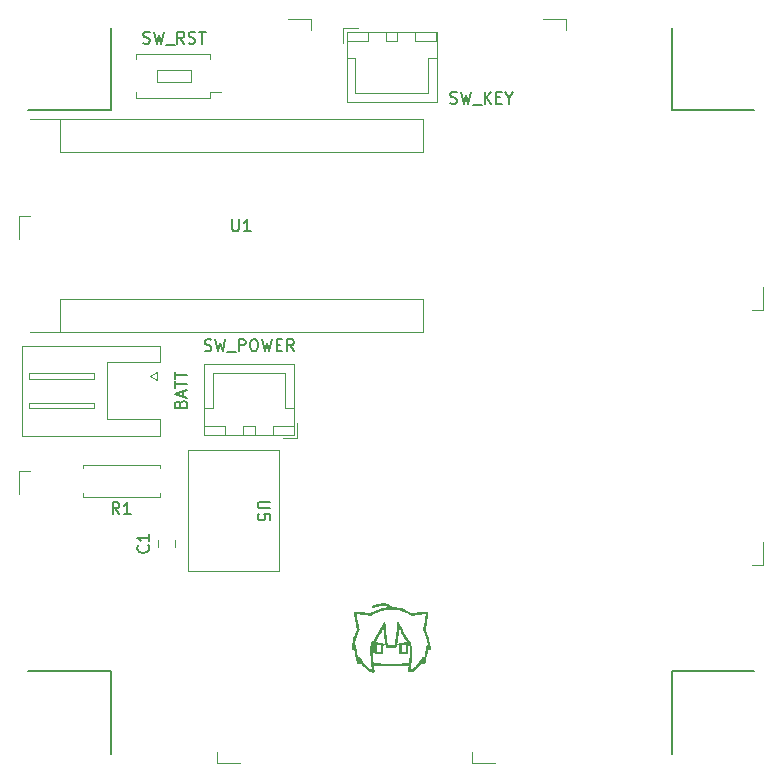
<source format=gbr>
%TF.GenerationSoftware,KiCad,Pcbnew,7.0.9*%
%TF.CreationDate,2023-12-12T22:55:11+09:00*%
%TF.ProjectId,shikisaku,7368696b-6973-4616-9b75-2e6b69636164,rev?*%
%TF.SameCoordinates,Original*%
%TF.FileFunction,Legend,Top*%
%TF.FilePolarity,Positive*%
%FSLAX46Y46*%
G04 Gerber Fmt 4.6, Leading zero omitted, Abs format (unit mm)*
G04 Created by KiCad (PCBNEW 7.0.9) date 2023-12-12 22:55:11*
%MOMM*%
%LPD*%
G01*
G04 APERTURE LIST*
%ADD10C,0.150000*%
%ADD11C,0.153000*%
%ADD12C,0.120000*%
%ADD13C,0.100000*%
G04 APERTURE END LIST*
D10*
X101000000Y-68000000D02*
X108000000Y-68000000D01*
X108000000Y-68000000D02*
X108000000Y-61000000D01*
X108000000Y-115500000D02*
X108000000Y-122500000D01*
X162500000Y-115500000D02*
X155500000Y-115500000D01*
X155500000Y-115500000D02*
X155500000Y-122500000D01*
X101000000Y-115500000D02*
X108000000Y-115500000D01*
X155500000Y-61000000D02*
X155500000Y-68000000D01*
X155500000Y-68000000D02*
X162500000Y-68000000D01*
D11*
X115939286Y-88347044D02*
X116082143Y-88394663D01*
X116082143Y-88394663D02*
X116320238Y-88394663D01*
X116320238Y-88394663D02*
X116415476Y-88347044D01*
X116415476Y-88347044D02*
X116463095Y-88299424D01*
X116463095Y-88299424D02*
X116510714Y-88204186D01*
X116510714Y-88204186D02*
X116510714Y-88108948D01*
X116510714Y-88108948D02*
X116463095Y-88013710D01*
X116463095Y-88013710D02*
X116415476Y-87966091D01*
X116415476Y-87966091D02*
X116320238Y-87918472D01*
X116320238Y-87918472D02*
X116129762Y-87870853D01*
X116129762Y-87870853D02*
X116034524Y-87823234D01*
X116034524Y-87823234D02*
X115986905Y-87775615D01*
X115986905Y-87775615D02*
X115939286Y-87680377D01*
X115939286Y-87680377D02*
X115939286Y-87585139D01*
X115939286Y-87585139D02*
X115986905Y-87489901D01*
X115986905Y-87489901D02*
X116034524Y-87442282D01*
X116034524Y-87442282D02*
X116129762Y-87394663D01*
X116129762Y-87394663D02*
X116367857Y-87394663D01*
X116367857Y-87394663D02*
X116510714Y-87442282D01*
X116844048Y-87394663D02*
X117082143Y-88394663D01*
X117082143Y-88394663D02*
X117272619Y-87680377D01*
X117272619Y-87680377D02*
X117463095Y-88394663D01*
X117463095Y-88394663D02*
X117701191Y-87394663D01*
X117844048Y-88489901D02*
X118605952Y-88489901D01*
X118844048Y-88394663D02*
X118844048Y-87394663D01*
X118844048Y-87394663D02*
X119225000Y-87394663D01*
X119225000Y-87394663D02*
X119320238Y-87442282D01*
X119320238Y-87442282D02*
X119367857Y-87489901D01*
X119367857Y-87489901D02*
X119415476Y-87585139D01*
X119415476Y-87585139D02*
X119415476Y-87727996D01*
X119415476Y-87727996D02*
X119367857Y-87823234D01*
X119367857Y-87823234D02*
X119320238Y-87870853D01*
X119320238Y-87870853D02*
X119225000Y-87918472D01*
X119225000Y-87918472D02*
X118844048Y-87918472D01*
X120034524Y-87394663D02*
X120225000Y-87394663D01*
X120225000Y-87394663D02*
X120320238Y-87442282D01*
X120320238Y-87442282D02*
X120415476Y-87537520D01*
X120415476Y-87537520D02*
X120463095Y-87727996D01*
X120463095Y-87727996D02*
X120463095Y-88061329D01*
X120463095Y-88061329D02*
X120415476Y-88251805D01*
X120415476Y-88251805D02*
X120320238Y-88347044D01*
X120320238Y-88347044D02*
X120225000Y-88394663D01*
X120225000Y-88394663D02*
X120034524Y-88394663D01*
X120034524Y-88394663D02*
X119939286Y-88347044D01*
X119939286Y-88347044D02*
X119844048Y-88251805D01*
X119844048Y-88251805D02*
X119796429Y-88061329D01*
X119796429Y-88061329D02*
X119796429Y-87727996D01*
X119796429Y-87727996D02*
X119844048Y-87537520D01*
X119844048Y-87537520D02*
X119939286Y-87442282D01*
X119939286Y-87442282D02*
X120034524Y-87394663D01*
X120796429Y-87394663D02*
X121034524Y-88394663D01*
X121034524Y-88394663D02*
X121225000Y-87680377D01*
X121225000Y-87680377D02*
X121415476Y-88394663D01*
X121415476Y-88394663D02*
X121653572Y-87394663D01*
X122034524Y-87870853D02*
X122367857Y-87870853D01*
X122510714Y-88394663D02*
X122034524Y-88394663D01*
X122034524Y-88394663D02*
X122034524Y-87394663D01*
X122034524Y-87394663D02*
X122510714Y-87394663D01*
X123510714Y-88394663D02*
X123177381Y-87918472D01*
X122939286Y-88394663D02*
X122939286Y-87394663D01*
X122939286Y-87394663D02*
X123320238Y-87394663D01*
X123320238Y-87394663D02*
X123415476Y-87442282D01*
X123415476Y-87442282D02*
X123463095Y-87489901D01*
X123463095Y-87489901D02*
X123510714Y-87585139D01*
X123510714Y-87585139D02*
X123510714Y-87727996D01*
X123510714Y-87727996D02*
X123463095Y-87823234D01*
X123463095Y-87823234D02*
X123415476Y-87870853D01*
X123415476Y-87870853D02*
X123320238Y-87918472D01*
X123320238Y-87918472D02*
X122939286Y-87918472D01*
X113900853Y-92869047D02*
X113948472Y-92726190D01*
X113948472Y-92726190D02*
X113996091Y-92678571D01*
X113996091Y-92678571D02*
X114091329Y-92630952D01*
X114091329Y-92630952D02*
X114234186Y-92630952D01*
X114234186Y-92630952D02*
X114329424Y-92678571D01*
X114329424Y-92678571D02*
X114377044Y-92726190D01*
X114377044Y-92726190D02*
X114424663Y-92821428D01*
X114424663Y-92821428D02*
X114424663Y-93202380D01*
X114424663Y-93202380D02*
X113424663Y-93202380D01*
X113424663Y-93202380D02*
X113424663Y-92869047D01*
X113424663Y-92869047D02*
X113472282Y-92773809D01*
X113472282Y-92773809D02*
X113519901Y-92726190D01*
X113519901Y-92726190D02*
X113615139Y-92678571D01*
X113615139Y-92678571D02*
X113710377Y-92678571D01*
X113710377Y-92678571D02*
X113805615Y-92726190D01*
X113805615Y-92726190D02*
X113853234Y-92773809D01*
X113853234Y-92773809D02*
X113900853Y-92869047D01*
X113900853Y-92869047D02*
X113900853Y-93202380D01*
X114138948Y-92249999D02*
X114138948Y-91773809D01*
X114424663Y-92345237D02*
X113424663Y-92011904D01*
X113424663Y-92011904D02*
X114424663Y-91678571D01*
X113424663Y-91488094D02*
X113424663Y-90916666D01*
X114424663Y-91202380D02*
X113424663Y-91202380D01*
X113424663Y-90726189D02*
X113424663Y-90154761D01*
X114424663Y-90440475D02*
X113424663Y-90440475D01*
X118288095Y-77234663D02*
X118288095Y-78044186D01*
X118288095Y-78044186D02*
X118335714Y-78139424D01*
X118335714Y-78139424D02*
X118383333Y-78187044D01*
X118383333Y-78187044D02*
X118478571Y-78234663D01*
X118478571Y-78234663D02*
X118669047Y-78234663D01*
X118669047Y-78234663D02*
X118764285Y-78187044D01*
X118764285Y-78187044D02*
X118811904Y-78139424D01*
X118811904Y-78139424D02*
X118859523Y-78044186D01*
X118859523Y-78044186D02*
X118859523Y-77234663D01*
X119859523Y-78234663D02*
X119288095Y-78234663D01*
X119573809Y-78234663D02*
X119573809Y-77234663D01*
X119573809Y-77234663D02*
X119478571Y-77377520D01*
X119478571Y-77377520D02*
X119383333Y-77472758D01*
X119383333Y-77472758D02*
X119288095Y-77520377D01*
X121460336Y-101148095D02*
X120650813Y-101148095D01*
X120650813Y-101148095D02*
X120555575Y-101195714D01*
X120555575Y-101195714D02*
X120507956Y-101243333D01*
X120507956Y-101243333D02*
X120460336Y-101338571D01*
X120460336Y-101338571D02*
X120460336Y-101529047D01*
X120460336Y-101529047D02*
X120507956Y-101624285D01*
X120507956Y-101624285D02*
X120555575Y-101671904D01*
X120555575Y-101671904D02*
X120650813Y-101719523D01*
X120650813Y-101719523D02*
X121460336Y-101719523D01*
X121460336Y-102671904D02*
X121460336Y-102195714D01*
X121460336Y-102195714D02*
X120984146Y-102148095D01*
X120984146Y-102148095D02*
X121031765Y-102195714D01*
X121031765Y-102195714D02*
X121079384Y-102290952D01*
X121079384Y-102290952D02*
X121079384Y-102529047D01*
X121079384Y-102529047D02*
X121031765Y-102624285D01*
X121031765Y-102624285D02*
X120984146Y-102671904D01*
X120984146Y-102671904D02*
X120888908Y-102719523D01*
X120888908Y-102719523D02*
X120650813Y-102719523D01*
X120650813Y-102719523D02*
X120555575Y-102671904D01*
X120555575Y-102671904D02*
X120507956Y-102624285D01*
X120507956Y-102624285D02*
X120460336Y-102529047D01*
X120460336Y-102529047D02*
X120460336Y-102290952D01*
X120460336Y-102290952D02*
X120507956Y-102195714D01*
X120507956Y-102195714D02*
X120555575Y-102148095D01*
X136750952Y-67392044D02*
X136893809Y-67439663D01*
X136893809Y-67439663D02*
X137131904Y-67439663D01*
X137131904Y-67439663D02*
X137227142Y-67392044D01*
X137227142Y-67392044D02*
X137274761Y-67344424D01*
X137274761Y-67344424D02*
X137322380Y-67249186D01*
X137322380Y-67249186D02*
X137322380Y-67153948D01*
X137322380Y-67153948D02*
X137274761Y-67058710D01*
X137274761Y-67058710D02*
X137227142Y-67011091D01*
X137227142Y-67011091D02*
X137131904Y-66963472D01*
X137131904Y-66963472D02*
X136941428Y-66915853D01*
X136941428Y-66915853D02*
X136846190Y-66868234D01*
X136846190Y-66868234D02*
X136798571Y-66820615D01*
X136798571Y-66820615D02*
X136750952Y-66725377D01*
X136750952Y-66725377D02*
X136750952Y-66630139D01*
X136750952Y-66630139D02*
X136798571Y-66534901D01*
X136798571Y-66534901D02*
X136846190Y-66487282D01*
X136846190Y-66487282D02*
X136941428Y-66439663D01*
X136941428Y-66439663D02*
X137179523Y-66439663D01*
X137179523Y-66439663D02*
X137322380Y-66487282D01*
X137655714Y-66439663D02*
X137893809Y-67439663D01*
X137893809Y-67439663D02*
X138084285Y-66725377D01*
X138084285Y-66725377D02*
X138274761Y-67439663D01*
X138274761Y-67439663D02*
X138512857Y-66439663D01*
X138655714Y-67534901D02*
X139417618Y-67534901D01*
X139655714Y-67439663D02*
X139655714Y-66439663D01*
X140227142Y-67439663D02*
X139798571Y-66868234D01*
X140227142Y-66439663D02*
X139655714Y-67011091D01*
X140655714Y-66915853D02*
X140989047Y-66915853D01*
X141131904Y-67439663D02*
X140655714Y-67439663D01*
X140655714Y-67439663D02*
X140655714Y-66439663D01*
X140655714Y-66439663D02*
X141131904Y-66439663D01*
X141750952Y-66963472D02*
X141750952Y-67439663D01*
X141417619Y-66439663D02*
X141750952Y-66963472D01*
X141750952Y-66963472D02*
X142084285Y-66439663D01*
X110739762Y-62312044D02*
X110882619Y-62359663D01*
X110882619Y-62359663D02*
X111120714Y-62359663D01*
X111120714Y-62359663D02*
X111215952Y-62312044D01*
X111215952Y-62312044D02*
X111263571Y-62264424D01*
X111263571Y-62264424D02*
X111311190Y-62169186D01*
X111311190Y-62169186D02*
X111311190Y-62073948D01*
X111311190Y-62073948D02*
X111263571Y-61978710D01*
X111263571Y-61978710D02*
X111215952Y-61931091D01*
X111215952Y-61931091D02*
X111120714Y-61883472D01*
X111120714Y-61883472D02*
X110930238Y-61835853D01*
X110930238Y-61835853D02*
X110835000Y-61788234D01*
X110835000Y-61788234D02*
X110787381Y-61740615D01*
X110787381Y-61740615D02*
X110739762Y-61645377D01*
X110739762Y-61645377D02*
X110739762Y-61550139D01*
X110739762Y-61550139D02*
X110787381Y-61454901D01*
X110787381Y-61454901D02*
X110835000Y-61407282D01*
X110835000Y-61407282D02*
X110930238Y-61359663D01*
X110930238Y-61359663D02*
X111168333Y-61359663D01*
X111168333Y-61359663D02*
X111311190Y-61407282D01*
X111644524Y-61359663D02*
X111882619Y-62359663D01*
X111882619Y-62359663D02*
X112073095Y-61645377D01*
X112073095Y-61645377D02*
X112263571Y-62359663D01*
X112263571Y-62359663D02*
X112501667Y-61359663D01*
X112644524Y-62454901D02*
X113406428Y-62454901D01*
X114215952Y-62359663D02*
X113882619Y-61883472D01*
X113644524Y-62359663D02*
X113644524Y-61359663D01*
X113644524Y-61359663D02*
X114025476Y-61359663D01*
X114025476Y-61359663D02*
X114120714Y-61407282D01*
X114120714Y-61407282D02*
X114168333Y-61454901D01*
X114168333Y-61454901D02*
X114215952Y-61550139D01*
X114215952Y-61550139D02*
X114215952Y-61692996D01*
X114215952Y-61692996D02*
X114168333Y-61788234D01*
X114168333Y-61788234D02*
X114120714Y-61835853D01*
X114120714Y-61835853D02*
X114025476Y-61883472D01*
X114025476Y-61883472D02*
X113644524Y-61883472D01*
X114596905Y-62312044D02*
X114739762Y-62359663D01*
X114739762Y-62359663D02*
X114977857Y-62359663D01*
X114977857Y-62359663D02*
X115073095Y-62312044D01*
X115073095Y-62312044D02*
X115120714Y-62264424D01*
X115120714Y-62264424D02*
X115168333Y-62169186D01*
X115168333Y-62169186D02*
X115168333Y-62073948D01*
X115168333Y-62073948D02*
X115120714Y-61978710D01*
X115120714Y-61978710D02*
X115073095Y-61931091D01*
X115073095Y-61931091D02*
X114977857Y-61883472D01*
X114977857Y-61883472D02*
X114787381Y-61835853D01*
X114787381Y-61835853D02*
X114692143Y-61788234D01*
X114692143Y-61788234D02*
X114644524Y-61740615D01*
X114644524Y-61740615D02*
X114596905Y-61645377D01*
X114596905Y-61645377D02*
X114596905Y-61550139D01*
X114596905Y-61550139D02*
X114644524Y-61454901D01*
X114644524Y-61454901D02*
X114692143Y-61407282D01*
X114692143Y-61407282D02*
X114787381Y-61359663D01*
X114787381Y-61359663D02*
X115025476Y-61359663D01*
X115025476Y-61359663D02*
X115168333Y-61407282D01*
X115454048Y-61359663D02*
X116025476Y-61359663D01*
X115739762Y-62359663D02*
X115739762Y-61359663D01*
X111154424Y-104849166D02*
X111202044Y-104896785D01*
X111202044Y-104896785D02*
X111249663Y-105039642D01*
X111249663Y-105039642D02*
X111249663Y-105134880D01*
X111249663Y-105134880D02*
X111202044Y-105277737D01*
X111202044Y-105277737D02*
X111106805Y-105372975D01*
X111106805Y-105372975D02*
X111011567Y-105420594D01*
X111011567Y-105420594D02*
X110821091Y-105468213D01*
X110821091Y-105468213D02*
X110678234Y-105468213D01*
X110678234Y-105468213D02*
X110487758Y-105420594D01*
X110487758Y-105420594D02*
X110392520Y-105372975D01*
X110392520Y-105372975D02*
X110297282Y-105277737D01*
X110297282Y-105277737D02*
X110249663Y-105134880D01*
X110249663Y-105134880D02*
X110249663Y-105039642D01*
X110249663Y-105039642D02*
X110297282Y-104896785D01*
X110297282Y-104896785D02*
X110344901Y-104849166D01*
X111249663Y-103896785D02*
X111249663Y-104468213D01*
X111249663Y-104182499D02*
X110249663Y-104182499D01*
X110249663Y-104182499D02*
X110392520Y-104277737D01*
X110392520Y-104277737D02*
X110487758Y-104372975D01*
X110487758Y-104372975D02*
X110535377Y-104468213D01*
X108723333Y-102194663D02*
X108390000Y-101718472D01*
X108151905Y-102194663D02*
X108151905Y-101194663D01*
X108151905Y-101194663D02*
X108532857Y-101194663D01*
X108532857Y-101194663D02*
X108628095Y-101242282D01*
X108628095Y-101242282D02*
X108675714Y-101289901D01*
X108675714Y-101289901D02*
X108723333Y-101385139D01*
X108723333Y-101385139D02*
X108723333Y-101527996D01*
X108723333Y-101527996D02*
X108675714Y-101623234D01*
X108675714Y-101623234D02*
X108628095Y-101670853D01*
X108628095Y-101670853D02*
X108532857Y-101718472D01*
X108532857Y-101718472D02*
X108151905Y-101718472D01*
X109675714Y-102194663D02*
X109104286Y-102194663D01*
X109390000Y-102194663D02*
X109390000Y-101194663D01*
X109390000Y-101194663D02*
X109294762Y-101337520D01*
X109294762Y-101337520D02*
X109199524Y-101432758D01*
X109199524Y-101432758D02*
X109104286Y-101480377D01*
%TO.C,G\u002A\u002A\u002A*%
G36*
X131254015Y-109764332D02*
G01*
X131403101Y-109794090D01*
X131535839Y-109840412D01*
X131546038Y-109845027D01*
X131633386Y-109889834D01*
X131699936Y-109935111D01*
X131751293Y-109985066D01*
X131776426Y-110017984D01*
X131814300Y-110073031D01*
X131972150Y-110074613D01*
X132182016Y-110088481D01*
X132400968Y-110125413D01*
X132626321Y-110184543D01*
X132855391Y-110265008D01*
X133085493Y-110365942D01*
X133313942Y-110486481D01*
X133390000Y-110531315D01*
X133503333Y-110599940D01*
X133683333Y-110565494D01*
X133818433Y-110540707D01*
X133938009Y-110521474D01*
X134049787Y-110506994D01*
X134161495Y-110496465D01*
X134280860Y-110489082D01*
X134415609Y-110484045D01*
X134484380Y-110482306D01*
X134594406Y-110480076D01*
X134680883Y-110479209D01*
X134746915Y-110480159D01*
X134795605Y-110483384D01*
X134830055Y-110489338D01*
X134853368Y-110498479D01*
X134868647Y-110511262D01*
X134878996Y-110528143D01*
X134884386Y-110541102D01*
X134888355Y-110571543D01*
X134886952Y-110625298D01*
X134880601Y-110699652D01*
X134869728Y-110791889D01*
X134854758Y-110899295D01*
X134836115Y-111019154D01*
X134814227Y-111148751D01*
X134789516Y-111285371D01*
X134762410Y-111426300D01*
X134733333Y-111568822D01*
X134702711Y-111710222D01*
X134697932Y-111731512D01*
X134681572Y-111807380D01*
X134668537Y-111874411D01*
X134659569Y-111928208D01*
X134655408Y-111964378D01*
X134656347Y-111978179D01*
X134670070Y-112001268D01*
X134691231Y-112044492D01*
X134717786Y-112103061D01*
X134747689Y-112172186D01*
X134778897Y-112247079D01*
X134809362Y-112322949D01*
X134837041Y-112395009D01*
X134852852Y-112438333D01*
X134920535Y-112650514D01*
X134981904Y-112888025D01*
X135036807Y-113150249D01*
X135064190Y-113304756D01*
X135080001Y-113400279D01*
X135091580Y-113473123D01*
X135099221Y-113526889D01*
X135103216Y-113565179D01*
X135103861Y-113591593D01*
X135101446Y-113609733D01*
X135096268Y-113623199D01*
X135090872Y-113632205D01*
X135052140Y-113670300D01*
X135004702Y-113685514D01*
X134954888Y-113676991D01*
X134920629Y-113655259D01*
X134912031Y-113647298D01*
X134905477Y-113642977D01*
X134900051Y-113645510D01*
X134894834Y-113658110D01*
X134888909Y-113683993D01*
X134881358Y-113726372D01*
X134871263Y-113788460D01*
X134857707Y-113873472D01*
X134856930Y-113878333D01*
X134796050Y-114198322D01*
X134718796Y-114498833D01*
X134679803Y-114624456D01*
X134648647Y-114716068D01*
X134622073Y-114784811D01*
X134598198Y-114833686D01*
X134575136Y-114865695D01*
X134551005Y-114883840D01*
X134523919Y-114891122D01*
X134512083Y-114891666D01*
X134463864Y-114880842D01*
X134427741Y-114847651D01*
X134402692Y-114791020D01*
X134397607Y-114771184D01*
X134381082Y-114698333D01*
X134358724Y-114741295D01*
X134328289Y-114791330D01*
X134282818Y-114855200D01*
X134226277Y-114928032D01*
X134162634Y-115004953D01*
X134095856Y-115081090D01*
X134029910Y-115151570D01*
X134001026Y-115180670D01*
X133888108Y-115285802D01*
X133772652Y-115381921D01*
X133659701Y-115465170D01*
X133554301Y-115531690D01*
X133513095Y-115553916D01*
X133460796Y-115579291D01*
X133420162Y-115594414D01*
X133380104Y-115601929D01*
X133329532Y-115604483D01*
X133300082Y-115604719D01*
X133244412Y-115604339D01*
X133208764Y-115601738D01*
X133186498Y-115595221D01*
X133170976Y-115583099D01*
X133159443Y-115568882D01*
X133132280Y-115532765D01*
X133174493Y-115295549D01*
X133188100Y-115217731D01*
X133199880Y-115147767D01*
X133209073Y-115090391D01*
X133214918Y-115050337D01*
X133216686Y-115033158D01*
X133214409Y-115020039D01*
X133203757Y-115013561D01*
X133178956Y-115012701D01*
X133134234Y-115016437D01*
X133126666Y-115017206D01*
X132575642Y-115061768D01*
X132017107Y-115083199D01*
X131449567Y-115081498D01*
X130871530Y-115056666D01*
X130366616Y-115016973D01*
X130269898Y-115007827D01*
X130276368Y-115046413D01*
X130280993Y-115072920D01*
X130289373Y-115119930D01*
X130300480Y-115181716D01*
X130313286Y-115252547D01*
X130319175Y-115285000D01*
X130335183Y-115375358D01*
X130345960Y-115443526D01*
X130351644Y-115493433D01*
X130352375Y-115529007D01*
X130348293Y-115554178D01*
X130339537Y-115572875D01*
X130329838Y-115585178D01*
X130310926Y-115600172D01*
X130283671Y-115608129D01*
X130240456Y-115610792D01*
X130217933Y-115610774D01*
X130161374Y-115607482D01*
X130106191Y-115599891D01*
X130073813Y-115592323D01*
X129990812Y-115557803D01*
X129896579Y-115503893D01*
X129794429Y-115433550D01*
X129687680Y-115349732D01*
X129579648Y-115255396D01*
X129473651Y-115153500D01*
X129373004Y-115047002D01*
X129281024Y-114938859D01*
X129201029Y-114832029D01*
X129171380Y-114787605D01*
X129117508Y-114703544D01*
X129101688Y-114773790D01*
X129078989Y-114836795D01*
X129044567Y-114875937D01*
X128998265Y-114891383D01*
X128990000Y-114891666D01*
X128959244Y-114887693D01*
X128933102Y-114873560D01*
X128909215Y-114845945D01*
X128885225Y-114801526D01*
X128858774Y-114736981D01*
X128836724Y-114675727D01*
X128800762Y-114567209D01*
X128767719Y-114455780D01*
X128736725Y-114337631D01*
X128706909Y-114208955D01*
X128677399Y-114065945D01*
X128647324Y-113904795D01*
X128615814Y-113721695D01*
X128608976Y-113680367D01*
X128602702Y-113651565D01*
X128594076Y-113645023D01*
X128579152Y-113655457D01*
X128531699Y-113681736D01*
X128481927Y-113683683D01*
X128436222Y-113662171D01*
X128409127Y-113632205D01*
X128402104Y-113619878D01*
X128397630Y-113605522D01*
X128395999Y-113585537D01*
X128397504Y-113556322D01*
X128402439Y-113514276D01*
X128411096Y-113455797D01*
X128423770Y-113377285D01*
X128435809Y-113304756D01*
X128443490Y-113263503D01*
X128662343Y-113263503D01*
X128666908Y-113273997D01*
X128675847Y-113277871D01*
X128688944Y-113278361D01*
X128693995Y-113278333D01*
X128718180Y-113280217D01*
X128737687Y-113287884D01*
X128753656Y-113304356D01*
X128767225Y-113332657D01*
X128779532Y-113375809D01*
X128791717Y-113436835D01*
X128804917Y-113518756D01*
X128817761Y-113606896D01*
X128832884Y-113708307D01*
X128849878Y-113813979D01*
X128867958Y-113919731D01*
X128886338Y-114021382D01*
X128904234Y-114114749D01*
X128920860Y-114195652D01*
X128935430Y-114259909D01*
X128947160Y-114303338D01*
X128950260Y-114312350D01*
X128962521Y-114344599D01*
X128995654Y-114311466D01*
X129040347Y-114283869D01*
X129090962Y-114280524D01*
X129124349Y-114292210D01*
X129141297Y-114309699D01*
X129165588Y-114345322D01*
X129193315Y-114393034D01*
X129209238Y-114423483D01*
X129241257Y-114483231D01*
X129282794Y-114555080D01*
X129328079Y-114629280D01*
X129364780Y-114686273D01*
X129439022Y-114787665D01*
X129530009Y-114895439D01*
X129631987Y-115003821D01*
X129739207Y-115107038D01*
X129845916Y-115199313D01*
X129946364Y-115274875D01*
X129960508Y-115284392D01*
X130013409Y-115318463D01*
X130058042Y-115345497D01*
X130089927Y-115362903D01*
X130104584Y-115368089D01*
X130104864Y-115367913D01*
X130105557Y-115352761D01*
X130102252Y-115316605D01*
X130095553Y-115264704D01*
X130086069Y-115202318D01*
X130085071Y-115196199D01*
X130061383Y-115043507D01*
X130041449Y-114895738D01*
X130024932Y-114748477D01*
X130011497Y-114597311D01*
X130000810Y-114437827D01*
X129992534Y-114265611D01*
X129986333Y-114076249D01*
X129981873Y-113865329D01*
X129981335Y-113831666D01*
X129974661Y-113398074D01*
X130189999Y-113398074D01*
X130190068Y-113701537D01*
X130190914Y-113827279D01*
X130193279Y-113956067D01*
X130196985Y-114085047D01*
X130201858Y-114211362D01*
X130207720Y-114332157D01*
X130214395Y-114444576D01*
X130221707Y-114545764D01*
X130229479Y-114632865D01*
X130237535Y-114703023D01*
X130245698Y-114753383D01*
X130253792Y-114781088D01*
X130257007Y-114785210D01*
X130276662Y-114790150D01*
X130319700Y-114796294D01*
X130382875Y-114803392D01*
X130462943Y-114811194D01*
X130556659Y-114819449D01*
X130660778Y-114827906D01*
X130772056Y-114836315D01*
X130887248Y-114844424D01*
X131003109Y-114851984D01*
X131116395Y-114858744D01*
X131223861Y-114864453D01*
X131322261Y-114868861D01*
X131356666Y-114870145D01*
X131426860Y-114871679D01*
X131518881Y-114872310D01*
X131627904Y-114872118D01*
X131749109Y-114871182D01*
X131877672Y-114869579D01*
X132008771Y-114867390D01*
X132137584Y-114864693D01*
X132259287Y-114861567D01*
X132369058Y-114858090D01*
X132462075Y-114854342D01*
X132523333Y-114851067D01*
X132610515Y-114845231D01*
X132705355Y-114838292D01*
X132803521Y-114830624D01*
X132900682Y-114822606D01*
X132992506Y-114814612D01*
X133074659Y-114807019D01*
X133142811Y-114800203D01*
X133192628Y-114794540D01*
X133218349Y-114790713D01*
X133233929Y-114786365D01*
X133244725Y-114777569D01*
X133252383Y-114759413D01*
X133258553Y-114726988D01*
X133264883Y-114675384D01*
X133268610Y-114640969D01*
X133284214Y-114478310D01*
X133295814Y-114317184D01*
X133303740Y-114150634D01*
X133308318Y-113971703D01*
X133309879Y-113773434D01*
X133309882Y-113766257D01*
X133310000Y-113407515D01*
X133246666Y-113314784D01*
X133183333Y-113222054D01*
X133176666Y-113593527D01*
X133174039Y-113716648D01*
X133170972Y-113814929D01*
X133167358Y-113890191D01*
X133163089Y-113944258D01*
X133158057Y-113978952D01*
X133152938Y-113994861D01*
X133137477Y-114017443D01*
X133117859Y-114034656D01*
X133090513Y-114047207D01*
X133051869Y-114055804D01*
X132998359Y-114061156D01*
X132926412Y-114063970D01*
X132832459Y-114064955D01*
X132799300Y-114065000D01*
X132696000Y-114064728D01*
X132613301Y-114062134D01*
X132548903Y-114054550D01*
X132500509Y-114039305D01*
X132465818Y-114013731D01*
X132442533Y-113975159D01*
X132428353Y-113920920D01*
X132421317Y-113851666D01*
X132630000Y-113851666D01*
X132796666Y-113851666D01*
X132963333Y-113851666D01*
X132963333Y-113558333D01*
X132963026Y-113459003D01*
X132961994Y-113383561D01*
X132960074Y-113329235D01*
X132957099Y-113293253D01*
X132952907Y-113272843D01*
X132947331Y-113265232D01*
X132945905Y-113265000D01*
X132926290Y-113267305D01*
X132886619Y-113273548D01*
X132833039Y-113282720D01*
X132783333Y-113291666D01*
X132724661Y-113302382D01*
X132676584Y-113311042D01*
X132644579Y-113316668D01*
X132634094Y-113318333D01*
X132632850Y-113331001D01*
X132631757Y-113366344D01*
X132630879Y-113420370D01*
X132630275Y-113489089D01*
X132630007Y-113568508D01*
X132630000Y-113585000D01*
X132630000Y-113851666D01*
X132421317Y-113851666D01*
X132420980Y-113848346D01*
X132418115Y-113754766D01*
X132417458Y-113637513D01*
X132417419Y-113621666D01*
X132416530Y-113516181D01*
X132414503Y-113433468D01*
X132411388Y-113374543D01*
X132407235Y-113340423D01*
X132403117Y-113331666D01*
X132389204Y-113320757D01*
X132371689Y-113293706D01*
X132367483Y-113285353D01*
X132354733Y-113234376D01*
X132367709Y-113190171D01*
X132406051Y-113153954D01*
X132406059Y-113153949D01*
X132428737Y-113145547D01*
X132472881Y-113133980D01*
X132533634Y-113120346D01*
X132606136Y-113105741D01*
X132676666Y-113092806D01*
X132759039Y-113078299D01*
X132837409Y-113064339D01*
X132905924Y-113051983D01*
X132958728Y-113042282D01*
X132985835Y-113037122D01*
X133055003Y-113023454D01*
X132964097Y-112872931D01*
X132846512Y-112672954D01*
X132723825Y-112454320D01*
X132599666Y-112223566D01*
X132541259Y-112111666D01*
X132417226Y-111871666D01*
X132416892Y-111945000D01*
X132413884Y-112039163D01*
X132406017Y-112154671D01*
X132393907Y-112286766D01*
X132378170Y-112430695D01*
X132359420Y-112581703D01*
X132338275Y-112735033D01*
X132315350Y-112885931D01*
X132291260Y-113029642D01*
X132266621Y-113161411D01*
X132247680Y-113251666D01*
X132228280Y-113334357D01*
X132211033Y-113395289D01*
X132193876Y-113439037D01*
X132174747Y-113470173D01*
X132151583Y-113493271D01*
X132132686Y-113506584D01*
X132110562Y-113518923D01*
X132087529Y-113526084D01*
X132056968Y-113528709D01*
X132012257Y-113527440D01*
X131956666Y-113523667D01*
X131851535Y-113517079D01*
X131758928Y-113514616D01*
X131667107Y-113516311D01*
X131564330Y-113522196D01*
X131528477Y-113524871D01*
X131393621Y-113535344D01*
X131344506Y-113490172D01*
X131319971Y-113464854D01*
X131301630Y-113437110D01*
X131286177Y-113399972D01*
X131270302Y-113346469D01*
X131262941Y-113318333D01*
X131234182Y-113193243D01*
X131205924Y-113045696D01*
X131178760Y-112879903D01*
X131153286Y-112700074D01*
X131130096Y-112510418D01*
X131109786Y-112315146D01*
X131092951Y-112118468D01*
X131092436Y-112111666D01*
X131076363Y-111898333D01*
X130932026Y-112169763D01*
X130744269Y-112511604D01*
X130556592Y-112830623D01*
X130511798Y-112903442D01*
X130482985Y-112951240D01*
X130461200Y-112990023D01*
X130449213Y-113014700D01*
X130447972Y-113020750D01*
X130462092Y-113024564D01*
X130498808Y-113032326D01*
X130554462Y-113043323D01*
X130625394Y-113056845D01*
X130707945Y-113072176D01*
X130770689Y-113083605D01*
X130870744Y-113101845D01*
X130947918Y-113116463D01*
X131005609Y-113128372D01*
X131047216Y-113138483D01*
X131076135Y-113147707D01*
X131095766Y-113156957D01*
X131109506Y-113167143D01*
X131118937Y-113177040D01*
X131139902Y-113206667D01*
X131149868Y-113231085D01*
X131150000Y-113233072D01*
X131143996Y-113259866D01*
X131129591Y-113291839D01*
X131112190Y-113319060D01*
X131097203Y-113331595D01*
X131096324Y-113331666D01*
X131091864Y-113344648D01*
X131088162Y-113382203D01*
X131085314Y-113442245D01*
X131083421Y-113522690D01*
X131082581Y-113621452D01*
X131082580Y-113621666D01*
X131081835Y-113730891D01*
X131079805Y-113816855D01*
X131075849Y-113882959D01*
X131069326Y-113932599D01*
X131059595Y-113969175D01*
X131046014Y-113996086D01*
X131027942Y-114016731D01*
X131004739Y-114034507D01*
X131004694Y-114034538D01*
X130987801Y-114045065D01*
X130970176Y-114052842D01*
X130947674Y-114058282D01*
X130916149Y-114061802D01*
X130871455Y-114063817D01*
X130809446Y-114064742D01*
X130725976Y-114064993D01*
X130700699Y-114065000D01*
X130599489Y-114064459D01*
X130521350Y-114062303D01*
X130462697Y-114057736D01*
X130419946Y-114049957D01*
X130389514Y-114038168D01*
X130367817Y-114021572D01*
X130351270Y-113999370D01*
X130343559Y-113985436D01*
X130337297Y-113969048D01*
X130332421Y-113944918D01*
X130328773Y-113909952D01*
X130326197Y-113861056D01*
X130325960Y-113851666D01*
X130536666Y-113851666D01*
X130703333Y-113851666D01*
X130870000Y-113851666D01*
X130870000Y-113585000D01*
X130869805Y-113503950D01*
X130869262Y-113432818D01*
X130868433Y-113375594D01*
X130867377Y-113336272D01*
X130866158Y-113318841D01*
X130865905Y-113318333D01*
X130851953Y-113316072D01*
X130817255Y-113309941D01*
X130767287Y-113300919D01*
X130716666Y-113291666D01*
X130656295Y-113280851D01*
X130604821Y-113272144D01*
X130568392Y-113266552D01*
X130554094Y-113265000D01*
X130548193Y-113270170D01*
X130543710Y-113287531D01*
X130540483Y-113319855D01*
X130538345Y-113369913D01*
X130537132Y-113440478D01*
X130536680Y-113534323D01*
X130536666Y-113558333D01*
X130536666Y-113851666D01*
X130325960Y-113851666D01*
X130324536Y-113795134D01*
X130323635Y-113709094D01*
X130323336Y-113599840D01*
X130323333Y-113585662D01*
X130322979Y-113490738D01*
X130321981Y-113405188D01*
X130320434Y-113332440D01*
X130318434Y-113275924D01*
X130316074Y-113239067D01*
X130313451Y-113225299D01*
X130313333Y-113225277D01*
X130301781Y-113235779D01*
X130280209Y-113263348D01*
X130252840Y-113302504D01*
X130246666Y-113311814D01*
X130189999Y-113398074D01*
X129974661Y-113398074D01*
X129973742Y-113338333D01*
X130030026Y-113252247D01*
X130058838Y-113206021D01*
X130073571Y-113175446D01*
X130076323Y-113154973D01*
X130071488Y-113142428D01*
X130058285Y-113100936D01*
X130060103Y-113053051D01*
X130069490Y-113025952D01*
X130094187Y-113001317D01*
X130132656Y-112981814D01*
X130172010Y-112973282D01*
X130184059Y-112974047D01*
X130199399Y-112969277D01*
X130220699Y-112948613D01*
X130250071Y-112909543D01*
X130289628Y-112849552D01*
X130292519Y-112845000D01*
X130470529Y-112553149D01*
X130645395Y-112245082D01*
X130811440Y-111931125D01*
X130951986Y-111645000D01*
X130988823Y-111568313D01*
X131023172Y-111499337D01*
X131053007Y-111441938D01*
X131076307Y-111399979D01*
X131091049Y-111377326D01*
X131093328Y-111374999D01*
X131130486Y-111360282D01*
X131176283Y-111359461D01*
X131218272Y-111371628D01*
X131237091Y-111385469D01*
X131245525Y-111397884D01*
X131252435Y-111416808D01*
X131258281Y-111445750D01*
X131263521Y-111488219D01*
X131268612Y-111547723D01*
X131274015Y-111627771D01*
X131278473Y-111702136D01*
X131293355Y-111938195D01*
X131309380Y-112151828D01*
X131326972Y-112347265D01*
X131346551Y-112528738D01*
X131368539Y-112700476D01*
X131393358Y-112866711D01*
X131396368Y-112885396D01*
X131411945Y-112977158D01*
X131428186Y-113065463D01*
X131444237Y-113146290D01*
X131459238Y-113215618D01*
X131472333Y-113269427D01*
X131482665Y-113303695D01*
X131487729Y-113313840D01*
X131503414Y-113315356D01*
X131538937Y-113313028D01*
X131587830Y-113307365D01*
X131610614Y-113304142D01*
X131675643Y-113296140D01*
X131733728Y-113293645D01*
X131796274Y-113296651D01*
X131865533Y-113304021D01*
X131923223Y-113310609D01*
X131970128Y-113315089D01*
X132000578Y-113316974D01*
X132009229Y-113316369D01*
X132015187Y-113299909D01*
X132024896Y-113262226D01*
X132037289Y-113208327D01*
X132051299Y-113143215D01*
X132065856Y-113071897D01*
X132079893Y-112999377D01*
X132092343Y-112930660D01*
X132095586Y-112911666D01*
X132138316Y-112627028D01*
X132172483Y-112331716D01*
X132198605Y-112020584D01*
X132216025Y-111714871D01*
X132221117Y-111611004D01*
X132226174Y-111530618D01*
X132231754Y-111470535D01*
X132238418Y-111427578D01*
X132246725Y-111398568D01*
X132257236Y-111380326D01*
X132270510Y-111369675D01*
X132277386Y-111366568D01*
X132320011Y-111358375D01*
X132364639Y-111361803D01*
X132399475Y-111375471D01*
X132406525Y-111381666D01*
X132417955Y-111399644D01*
X132439336Y-111438050D01*
X132468827Y-111493395D01*
X132504590Y-111562186D01*
X132544786Y-111640934D01*
X132580354Y-111711666D01*
X132723850Y-111993737D01*
X132862252Y-112254888D01*
X132998074Y-112499760D01*
X133133833Y-112732991D01*
X133137804Y-112739644D01*
X133186612Y-112820954D01*
X133224046Y-112881956D01*
X133252156Y-112925387D01*
X133272989Y-112953980D01*
X133288595Y-112970473D01*
X133301021Y-112977600D01*
X133312315Y-112978097D01*
X133315808Y-112977357D01*
X133351727Y-112978398D01*
X133391622Y-112993037D01*
X133423863Y-113015918D01*
X133435050Y-113032264D01*
X133443033Y-113072961D01*
X133439604Y-113113701D01*
X133425961Y-113142593D01*
X133423724Y-113144675D01*
X133415562Y-113156038D01*
X133417653Y-113172701D01*
X133431975Y-113199969D01*
X133460391Y-113242974D01*
X133516666Y-113325000D01*
X133515677Y-113838333D01*
X133515183Y-113981121D01*
X133514188Y-114101573D01*
X133512524Y-114204017D01*
X133510023Y-114292783D01*
X133506517Y-114372198D01*
X133501838Y-114446592D01*
X133495817Y-114520292D01*
X133488288Y-114597628D01*
X133484986Y-114628969D01*
X133473743Y-114728564D01*
X133460784Y-114834458D01*
X133446758Y-114942084D01*
X133432315Y-115046878D01*
X133418107Y-115144276D01*
X133404783Y-115229713D01*
X133392993Y-115298625D01*
X133383388Y-115346447D01*
X133381897Y-115352641D01*
X133372598Y-115389688D01*
X133424632Y-115358323D01*
X133460243Y-115336061D01*
X133508940Y-115304590D01*
X133561771Y-115269716D01*
X133576666Y-115259741D01*
X133619259Y-115227878D01*
X133675040Y-115181420D01*
X133738733Y-115125014D01*
X133805067Y-115063309D01*
X133857652Y-115012095D01*
X133990926Y-114870483D01*
X134103812Y-114730509D01*
X134201245Y-114585465D01*
X134288164Y-114428640D01*
X134290761Y-114423483D01*
X134318694Y-114371568D01*
X134345431Y-114328279D01*
X134367065Y-114299661D01*
X134375650Y-114292210D01*
X134426288Y-114278876D01*
X134475701Y-114290499D01*
X134504345Y-114311466D01*
X134537478Y-114344599D01*
X134549739Y-114312350D01*
X134560365Y-114276674D01*
X134574088Y-114218796D01*
X134590126Y-114142900D01*
X134607691Y-114053165D01*
X134625999Y-113953774D01*
X134644265Y-113848908D01*
X134661702Y-113742748D01*
X134677526Y-113639476D01*
X134682238Y-113606896D01*
X134697199Y-113504854D01*
X134710180Y-113426276D01*
X134722314Y-113368141D01*
X134734732Y-113327427D01*
X134748568Y-113301114D01*
X134764953Y-113286181D01*
X134785020Y-113279606D01*
X134805399Y-113278333D01*
X134832604Y-113276569D01*
X134843333Y-113272548D01*
X134840357Y-113250131D01*
X134832186Y-113206896D01*
X134819959Y-113147927D01*
X134804812Y-113078312D01*
X134787883Y-113003136D01*
X134770308Y-112927483D01*
X134753226Y-112856440D01*
X134737773Y-112795094D01*
X134730243Y-112766826D01*
X134670343Y-112568635D01*
X134601673Y-112382589D01*
X134518946Y-112194515D01*
X134508923Y-112173433D01*
X134479813Y-112110390D01*
X134455545Y-112053601D01*
X134438311Y-112008517D01*
X134430305Y-111980591D01*
X134430000Y-111977192D01*
X134432822Y-111955509D01*
X134440734Y-111911970D01*
X134452900Y-111850720D01*
X134468484Y-111775904D01*
X134486652Y-111691666D01*
X134496780Y-111645794D01*
X134519116Y-111541904D01*
X134542799Y-111425535D01*
X134566858Y-111302001D01*
X134590325Y-111176615D01*
X134612229Y-111054692D01*
X134631600Y-110941545D01*
X134647469Y-110842488D01*
X134658866Y-110762835D01*
X134660913Y-110746490D01*
X134667956Y-110687981D01*
X134418978Y-110695735D01*
X134298909Y-110700558D01*
X134190425Y-110707608D01*
X134086596Y-110717728D01*
X133980488Y-110731765D01*
X133865172Y-110750562D01*
X133733715Y-110774965D01*
X133676260Y-110786246D01*
X133462521Y-110828707D01*
X133296260Y-110728610D01*
X133057855Y-110595061D01*
X132826336Y-110485894D01*
X132599750Y-110400333D01*
X132376140Y-110337601D01*
X132243333Y-110310725D01*
X132178789Y-110302414D01*
X132093072Y-110295616D01*
X131991637Y-110290430D01*
X131879942Y-110286958D01*
X131763442Y-110285299D01*
X131647592Y-110285552D01*
X131537850Y-110287819D01*
X131439672Y-110292198D01*
X131396666Y-110295208D01*
X131231348Y-110317629D01*
X131052920Y-110358306D01*
X130865955Y-110415533D01*
X130675027Y-110487606D01*
X130484708Y-110572820D01*
X130299572Y-110669470D01*
X130146829Y-110761177D01*
X130108779Y-110785734D01*
X130078825Y-110803500D01*
X130052121Y-110814741D01*
X130023824Y-110819723D01*
X129989087Y-110818711D01*
X129943067Y-110811971D01*
X129880918Y-110799769D01*
X129797795Y-110782370D01*
X129790000Y-110780742D01*
X129589896Y-110743720D01*
X129393645Y-110717654D01*
X129189771Y-110701192D01*
X129066666Y-110695621D01*
X128981961Y-110692876D01*
X128920272Y-110691463D01*
X128877967Y-110691633D01*
X128851419Y-110693637D01*
X128836996Y-110697728D01*
X128831069Y-110704155D01*
X128830000Y-110712012D01*
X128832765Y-110753166D01*
X128840586Y-110816499D01*
X128852751Y-110898156D01*
X128868545Y-110994284D01*
X128887257Y-111101025D01*
X128908173Y-111214525D01*
X128930581Y-111330929D01*
X128953768Y-111446382D01*
X128977020Y-111557027D01*
X128999626Y-111659010D01*
X129020873Y-111748476D01*
X129023812Y-111760236D01*
X129040619Y-111829339D01*
X129054692Y-111891701D01*
X129064802Y-111941531D01*
X129069720Y-111973040D01*
X129070000Y-111977921D01*
X129064152Y-112004279D01*
X129048435Y-112047129D01*
X129025581Y-112099462D01*
X129009997Y-112131672D01*
X128907697Y-112358182D01*
X128818889Y-112603873D01*
X128742916Y-112870661D01*
X128712690Y-112998333D01*
X128692143Y-113090523D01*
X128677051Y-113159897D01*
X128667198Y-113209691D01*
X128662368Y-113243147D01*
X128662343Y-113263503D01*
X128443490Y-113263503D01*
X128487282Y-113028310D01*
X128545390Y-112776185D01*
X128609976Y-112549014D01*
X128647000Y-112438333D01*
X128671779Y-112371255D01*
X128700900Y-112296951D01*
X128732260Y-112220311D01*
X128763756Y-112146226D01*
X128793286Y-112079588D01*
X128818746Y-112025287D01*
X128838034Y-111988215D01*
X128845497Y-111976621D01*
X128850269Y-111952611D01*
X128844972Y-111929310D01*
X128830426Y-111883450D01*
X128812611Y-111815012D01*
X128792265Y-111727783D01*
X128770128Y-111625549D01*
X128746938Y-111512095D01*
X128723436Y-111391207D01*
X128700361Y-111266672D01*
X128678451Y-111142276D01*
X128658446Y-111021805D01*
X128641085Y-110909045D01*
X128629343Y-110825000D01*
X128617502Y-110733177D01*
X128609545Y-110663804D01*
X128605580Y-110612932D01*
X128605716Y-110576611D01*
X128610062Y-110550893D01*
X128618727Y-110531830D01*
X128631819Y-110515471D01*
X128638037Y-110509083D01*
X128672741Y-110474379D01*
X128994703Y-110482289D01*
X129169503Y-110488276D01*
X129324829Y-110497539D01*
X129467754Y-110510800D01*
X129605349Y-110528784D01*
X129744686Y-110552214D01*
X129819964Y-110566748D01*
X129989929Y-110600826D01*
X130126631Y-110521172D01*
X130347722Y-110400960D01*
X130567455Y-110298355D01*
X130783185Y-110214278D01*
X130992265Y-110149652D01*
X131192051Y-110105397D01*
X131379897Y-110082436D01*
X131387334Y-110081960D01*
X131446150Y-110077060D01*
X131484457Y-110071058D01*
X131499655Y-110064422D01*
X131498922Y-110061922D01*
X131471595Y-110045134D01*
X131424201Y-110026357D01*
X131363065Y-110007419D01*
X131294513Y-109990148D01*
X131224870Y-109976372D01*
X131180788Y-109970011D01*
X131050108Y-109963187D01*
X130905164Y-109970473D01*
X130753539Y-109990686D01*
X130602817Y-110022643D01*
X130460581Y-110065161D01*
X130385214Y-110094089D01*
X130307930Y-110124323D01*
X130249730Y-110140713D01*
X130206831Y-110143125D01*
X130175445Y-110131428D01*
X130151789Y-110105492D01*
X130140937Y-110085605D01*
X130126846Y-110039739D01*
X130133632Y-110000772D01*
X130162991Y-109965904D01*
X130216621Y-109932337D01*
X130240988Y-109920583D01*
X130403862Y-109855846D01*
X130574474Y-109806277D01*
X130748810Y-109772108D01*
X130922855Y-109753573D01*
X131092595Y-109750903D01*
X131254015Y-109764332D01*
G37*
D12*
%TO.C,SW_POWER*%
X123805000Y-95770000D02*
X123805000Y-94520000D01*
X123515000Y-95480000D02*
X123515000Y-89510000D01*
X123515000Y-89510000D02*
X115895000Y-89510000D01*
X123505000Y-95470000D02*
X123505000Y-94720000D01*
X123505000Y-94720000D02*
X121705000Y-94720000D01*
X123505000Y-93220000D02*
X122755000Y-93220000D01*
X122755000Y-93220000D02*
X122755000Y-90270000D01*
X122755000Y-90270000D02*
X119705000Y-90270000D01*
X122555000Y-95770000D02*
X123805000Y-95770000D01*
X121705000Y-95470000D02*
X123505000Y-95470000D01*
X121705000Y-94720000D02*
X121705000Y-95470000D01*
X120205000Y-95470000D02*
X120205000Y-94720000D01*
X120205000Y-94720000D02*
X119205000Y-94720000D01*
X119205000Y-95470000D02*
X120205000Y-95470000D01*
X119205000Y-94720000D02*
X119205000Y-95470000D01*
X117705000Y-95470000D02*
X117705000Y-94720000D01*
X117705000Y-94720000D02*
X115905000Y-94720000D01*
X116655000Y-93220000D02*
X116655000Y-90270000D01*
X116655000Y-90270000D02*
X119705000Y-90270000D01*
X115905000Y-95470000D02*
X117705000Y-95470000D01*
X115905000Y-94720000D02*
X115905000Y-95470000D01*
X115905000Y-93220000D02*
X116655000Y-93220000D01*
X115895000Y-95480000D02*
X123515000Y-95480000D01*
X115895000Y-89510000D02*
X115895000Y-95480000D01*
%TO.C,BATT*%
X112210000Y-87940000D02*
X112210000Y-89360000D01*
X100490000Y-87940000D02*
X112210000Y-87940000D01*
X112210000Y-89360000D02*
X107710000Y-89360000D01*
X107710000Y-89360000D02*
X107710000Y-91750000D01*
X111900000Y-90200000D02*
X111900000Y-90800000D01*
X106600000Y-90250000D02*
X101100000Y-90250000D01*
X101100000Y-90250000D02*
X101100000Y-90750000D01*
X111300000Y-90500000D02*
X111900000Y-90200000D01*
X106600000Y-90750000D02*
X106600000Y-90250000D01*
X101100000Y-90750000D02*
X106600000Y-90750000D01*
X111900000Y-90800000D02*
X111300000Y-90500000D01*
X100490000Y-91750000D02*
X100490000Y-87940000D01*
X100490000Y-91750000D02*
X100490000Y-95560000D01*
X106600000Y-92750000D02*
X101100000Y-92750000D01*
X101100000Y-92750000D02*
X101100000Y-93250000D01*
X106600000Y-93250000D02*
X106600000Y-92750000D01*
X101100000Y-93250000D02*
X106600000Y-93250000D01*
X112210000Y-94140000D02*
X107710000Y-94140000D01*
X107710000Y-94140000D02*
X107710000Y-91750000D01*
X112210000Y-95560000D02*
X112210000Y-94140000D01*
X100490000Y-95560000D02*
X112210000Y-95560000D01*
D13*
%TO.C,U1*%
X103700000Y-68780000D02*
X101160000Y-68780000D01*
X103700000Y-86780000D02*
X101160000Y-86780000D01*
X103700000Y-68780000D02*
X134400000Y-68780000D01*
X134400000Y-68780000D02*
X134400000Y-71540000D01*
X134400000Y-71540000D02*
X103700000Y-71540000D01*
X103700000Y-71540000D02*
X103700000Y-68780000D01*
X103700000Y-84020000D02*
X134400000Y-84020000D01*
X134400000Y-84020000D02*
X134400000Y-86780000D01*
X134400000Y-86780000D02*
X103700000Y-86780000D01*
X103700000Y-86780000D02*
X103700000Y-84020000D01*
%TO.C,U5*%
X122275000Y-96800000D02*
X114555000Y-96800000D01*
X114555000Y-96800000D02*
X114555000Y-107020000D01*
X114555000Y-107020000D02*
X122275000Y-107020000D01*
X122275000Y-107020000D02*
X122275000Y-96800000D01*
D12*
%TO.C,SW_KEY*%
X127670000Y-61060000D02*
X127670000Y-62310000D01*
X127960000Y-61350000D02*
X127960000Y-67320000D01*
X127960000Y-67320000D02*
X135580000Y-67320000D01*
X127970000Y-61360000D02*
X127970000Y-62110000D01*
X127970000Y-62110000D02*
X129770000Y-62110000D01*
X127970000Y-63610000D02*
X128720000Y-63610000D01*
X128720000Y-63610000D02*
X128720000Y-66560000D01*
X128720000Y-66560000D02*
X131770000Y-66560000D01*
X128920000Y-61060000D02*
X127670000Y-61060000D01*
X129770000Y-61360000D02*
X127970000Y-61360000D01*
X129770000Y-62110000D02*
X129770000Y-61360000D01*
X131270000Y-61360000D02*
X131270000Y-62110000D01*
X131270000Y-62110000D02*
X132270000Y-62110000D01*
X132270000Y-61360000D02*
X131270000Y-61360000D01*
X132270000Y-62110000D02*
X132270000Y-61360000D01*
X133770000Y-61360000D02*
X133770000Y-62110000D01*
X133770000Y-62110000D02*
X135570000Y-62110000D01*
X134820000Y-63610000D02*
X134820000Y-66560000D01*
X134820000Y-66560000D02*
X131770000Y-66560000D01*
X135570000Y-61360000D02*
X133770000Y-61360000D01*
X135570000Y-62110000D02*
X135570000Y-61360000D01*
X135570000Y-63610000D02*
X134820000Y-63610000D01*
X135580000Y-61350000D02*
X127960000Y-61350000D01*
X135580000Y-67320000D02*
X135580000Y-61350000D01*
%TO.C,SW_RST*%
X116360000Y-66930000D02*
X116360000Y-66470000D01*
X116360000Y-66470000D02*
X117360000Y-66470000D01*
X116360000Y-63690000D02*
X116360000Y-63230000D01*
X116360000Y-63230000D02*
X110160000Y-63230000D01*
X110160000Y-66930000D02*
X116360000Y-66930000D01*
X110160000Y-66930000D02*
X110160000Y-66470000D01*
X110160000Y-63690000D02*
X110160000Y-63230000D01*
X114760000Y-65630000D02*
X111910000Y-65630000D01*
X111910000Y-65630000D02*
X111910000Y-64580000D01*
X111910000Y-64580000D02*
X114760000Y-64580000D01*
X114760000Y-64580000D02*
X114760000Y-65630000D01*
%TO.C,C1*%
X111965000Y-104943752D02*
X111965000Y-104421248D01*
X113435000Y-104943752D02*
X113435000Y-104421248D01*
%TO.C,R1*%
X112160000Y-100740000D02*
X105620000Y-100740000D01*
X112160000Y-100410000D02*
X112160000Y-100740000D01*
X112160000Y-98330000D02*
X112160000Y-98000000D01*
X112160000Y-98000000D02*
X105620000Y-98000000D01*
X105620000Y-100740000D02*
X105620000Y-100410000D01*
X105620000Y-98000000D02*
X105620000Y-98330000D01*
D13*
%TO.C,D7*%
X122994000Y-60250000D02*
X124944000Y-60250000D01*
X124944000Y-60250000D02*
X124944000Y-61200000D01*
%TO.C,D5*%
X163250000Y-82994000D02*
X163250000Y-84944000D01*
X163250000Y-84944000D02*
X162300000Y-84944000D01*
%TO.C,D6*%
X144584000Y-60250000D02*
X146534000Y-60250000D01*
X146534000Y-60250000D02*
X146534000Y-61200000D01*
%TO.C,D3*%
X140506000Y-123250000D02*
X138556000Y-123250000D01*
X138556000Y-123250000D02*
X138556000Y-122300000D01*
%TO.C,D1*%
X100250000Y-100506000D02*
X100250000Y-98556000D01*
X100250000Y-98556000D02*
X101200000Y-98556000D01*
%TO.C,D4*%
X163250000Y-104584000D02*
X163250000Y-106534000D01*
X163250000Y-106534000D02*
X162300000Y-106534000D01*
%TO.C,D8*%
X100250000Y-78916000D02*
X100250000Y-76966000D01*
X100250000Y-76966000D02*
X101200000Y-76966000D01*
%TO.C,D2*%
X118916000Y-123250000D02*
X116966000Y-123250000D01*
X116966000Y-123250000D02*
X116966000Y-122300000D01*
%TD*%
M02*

</source>
